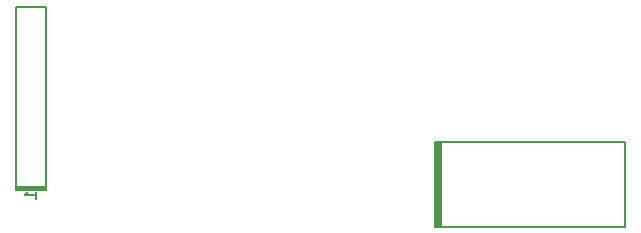
<source format=gbo>
G04 #@! TF.GenerationSoftware,KiCad,Pcbnew,(2017-02-02 revision 8dadc18)-makepkg*
G04 #@! TF.CreationDate,2017-11-18T17:45:44+03:00*
G04 #@! TF.ProjectId,BmstuAnchor,426D737475416E63686F722E6B696361,rev?*
G04 #@! TF.FileFunction,Legend,Bot*
G04 #@! TF.FilePolarity,Positive*
%FSLAX46Y46*%
G04 Gerber Fmt 4.6, Leading zero omitted, Abs format (unit mm)*
G04 Created by KiCad (PCBNEW (2017-02-02 revision 8dadc18)-makepkg) date 11/18/17 17:45:44*
%MOMM*%
%LPD*%
G01*
G04 APERTURE LIST*
%ADD10C,0.100000*%
%ADD11C,0.150000*%
G04 APERTURE END LIST*
D10*
D11*
X138659600Y-143226400D02*
X154759600Y-143226400D01*
X138759600Y-143226400D02*
X138759600Y-150426400D01*
X139059600Y-150426400D02*
X139059600Y-143226400D01*
X139159600Y-143226400D02*
X139159600Y-150426400D01*
X138659600Y-150426400D02*
X138659600Y-143226400D01*
X154759600Y-143226400D02*
X154759600Y-150426400D01*
X154759600Y-150426400D02*
X138659600Y-150426400D01*
X138859600Y-150426400D02*
X138859600Y-143226400D01*
X138959600Y-150426400D02*
X138959600Y-143226400D01*
X103230000Y-147304100D02*
X103230000Y-131810100D01*
X103230000Y-131810100D02*
X105770000Y-131810100D01*
X105770000Y-131810100D02*
X105770000Y-147304100D01*
X105770000Y-147304100D02*
X103230000Y-147304100D01*
X103230000Y-147304100D02*
X103230000Y-147177100D01*
X103230000Y-147177100D02*
X105770000Y-147177100D01*
X105770000Y-147177100D02*
X105770000Y-147050100D01*
X105770000Y-147050100D02*
X103230000Y-147050100D01*
X104952380Y-148065814D02*
X104952380Y-147494385D01*
X104952380Y-147780100D02*
X103952380Y-147780100D01*
X104095238Y-147684861D01*
X104190476Y-147589623D01*
X104238095Y-147494385D01*
M02*

</source>
